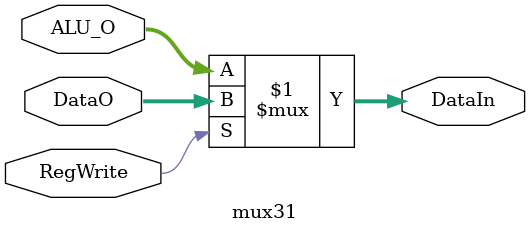
<source format=sv>

module mem_wb_top #(parameter N = 32) (
    input logic [N-1:0] Addr,
    input logic [N-1:0] Datain,
    output logic [N-1:0] Final_Data,
    input logic clk,
    input logic MemToReg,
    input logic DataRead,
    input logic DataWrite
);

    logic [N-1:0] DataO;

    // Instantiate data memory
    dataMemory #(N, N) datafile (
        .Addr(Addr),
        .Datain(Datain),
        .Dataout(DataO), 
        .clk(clk),
        .DataRead(DataRead),
        .DataWrite(DataWrite)
    );

    // Instantiate 2-to-1 MUX
    mux31 #(N) MUX3 (
        .DataO(DataO),
        .ALU_O(Datain), // Assuming ALU_O is provided as Datain for writeback
        .RegWrite(MemToReg),
        .DataIn(Final_Data)
    );

endmodule

module mux31 #(parameter N = 32) (
    input logic [N-1:0] DataO,
    input logic [N-1:0] ALU_O,
    input logic RegWrite, 
    output logic [N-1:0] DataIn
);

    assign DataIn = (RegWrite ? DataO : ALU_O);

endmodule
</source>
